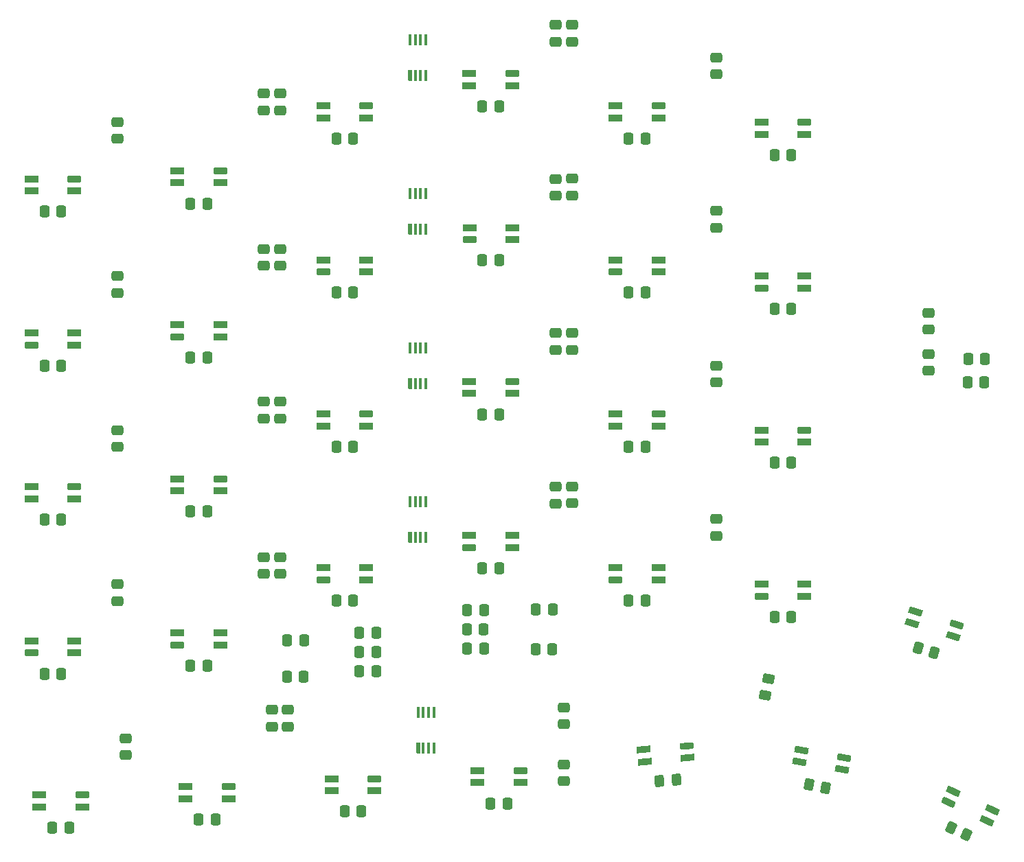
<source format=gbr>
%TF.GenerationSoftware,KiCad,Pcbnew,(6.0.0)*%
%TF.CreationDate,2022-05-14T17:53:23+09:00*%
%TF.ProjectId,brimstone2b,6272696d-7374-46f6-9e65-32622e6b6963,rev?*%
%TF.SameCoordinates,Original*%
%TF.FileFunction,Paste,Top*%
%TF.FilePolarity,Positive*%
%FSLAX46Y46*%
G04 Gerber Fmt 4.6, Leading zero omitted, Abs format (unit mm)*
G04 Created by KiCad (PCBNEW (6.0.0)) date 2022-05-14 17:53:23*
%MOMM*%
%LPD*%
G01*
G04 APERTURE LIST*
G04 Aperture macros list*
%AMRoundRect*
0 Rectangle with rounded corners*
0 $1 Rounding radius*
0 $2 $3 $4 $5 $6 $7 $8 $9 X,Y pos of 4 corners*
0 Add a 4 corners polygon primitive as box body*
4,1,4,$2,$3,$4,$5,$6,$7,$8,$9,$2,$3,0*
0 Add four circle primitives for the rounded corners*
1,1,$1+$1,$2,$3*
1,1,$1+$1,$4,$5*
1,1,$1+$1,$6,$7*
1,1,$1+$1,$8,$9*
0 Add four rect primitives between the rounded corners*
20,1,$1+$1,$2,$3,$4,$5,0*
20,1,$1+$1,$4,$5,$6,$7,0*
20,1,$1+$1,$6,$7,$8,$9,0*
20,1,$1+$1,$8,$9,$2,$3,0*%
%AMRotRect*
0 Rectangle, with rotation*
0 The origin of the aperture is its center*
0 $1 length*
0 $2 width*
0 $3 Rotation angle, in degrees counterclockwise*
0 Add horizontal line*
21,1,$1,$2,0,0,$3*%
%AMOutline5P*
0 Free polygon, 5 corners , with rotation*
0 The origin of the aperture is its center*
0 number of corners: always 5*
0 $1 to $10 corner X, Y*
0 $11 Rotation angle, in degrees counterclockwise*
0 create outline with 5 corners*
4,1,5,$1,$2,$3,$4,$5,$6,$7,$8,$9,$10,$1,$2,$11*%
%AMOutline6P*
0 Free polygon, 6 corners , with rotation*
0 The origin of the aperture is its center*
0 number of corners: always 6*
0 $1 to $12 corner X, Y*
0 $13 Rotation angle, in degrees counterclockwise*
0 create outline with 6 corners*
4,1,6,$1,$2,$3,$4,$5,$6,$7,$8,$9,$10,$11,$12,$1,$2,$13*%
%AMOutline7P*
0 Free polygon, 7 corners , with rotation*
0 The origin of the aperture is its center*
0 number of corners: always 7*
0 $1 to $14 corner X, Y*
0 $15 Rotation angle, in degrees counterclockwise*
0 create outline with 7 corners*
4,1,7,$1,$2,$3,$4,$5,$6,$7,$8,$9,$10,$11,$12,$13,$14,$1,$2,$15*%
%AMOutline8P*
0 Free polygon, 8 corners , with rotation*
0 The origin of the aperture is its center*
0 number of corners: always 8*
0 $1 to $16 corner X, Y*
0 $17 Rotation angle, in degrees counterclockwise*
0 create outline with 8 corners*
4,1,8,$1,$2,$3,$4,$5,$6,$7,$8,$9,$10,$11,$12,$13,$14,$15,$16,$1,$2,$17*%
G04 Aperture macros list end*
%ADD10RoundRect,0.250000X-0.337500X-0.475000X0.337500X-0.475000X0.337500X0.475000X-0.337500X0.475000X0*%
%ADD11R,1.700000X0.820000*%
%ADD12RoundRect,0.205000X0.645000X0.205000X-0.645000X0.205000X-0.645000X-0.205000X0.645000X-0.205000X0*%
%ADD13RoundRect,0.205000X-0.645000X-0.205000X0.645000X-0.205000X0.645000X0.205000X-0.645000X0.205000X0*%
%ADD14RoundRect,0.250000X0.475000X-0.337500X0.475000X0.337500X-0.475000X0.337500X-0.475000X-0.337500X0*%
%ADD15RoundRect,0.250000X0.337500X0.475000X-0.337500X0.475000X-0.337500X-0.475000X0.337500X-0.475000X0*%
%ADD16RotRect,1.700000X0.820000X5.000000*%
%ADD17RoundRect,0.205000X-0.624679X-0.260435X0.660413X-0.148004X0.624679X0.260435X-0.660413X0.148004X0*%
%ADD18RoundRect,0.250000X-0.475000X0.337500X-0.475000X-0.337500X0.475000X-0.337500X0.475000X0.337500X0*%
%ADD19RotRect,1.700000X0.820000X155.000000*%
%ADD20RoundRect,0.205000X0.671205X-0.086796X-0.497932X0.458382X-0.671205X0.086796X0.497932X-0.458382X0*%
%ADD21RoundRect,0.250000X-0.464715X-0.351527X0.179044X-0.554504X0.464715X0.351527X-0.179044X0.554504X0*%
%ADD22RoundRect,0.250000X-0.414856X-0.409177X0.249890X-0.526390X0.414856X0.409177X-0.249890X0.526390X0*%
%ADD23RotRect,1.700000X0.820000X342.500000*%
%ADD24RoundRect,0.205000X-0.676792X-0.001557X0.553503X-0.389467X0.676792X0.001557X-0.553503X0.389467X0*%
%ADD25RotRect,1.700000X0.820000X350.000000*%
%ADD26RoundRect,0.205000X-0.670799X-0.089883X0.599603X-0.313889X0.670799X0.089883X-0.599603X0.313889X0*%
%ADD27RoundRect,0.250000X0.506623X0.287863X-0.105135X0.573130X-0.506623X-0.287863X0.105135X-0.573130X0*%
%ADD28RoundRect,0.250000X-0.294817X-0.502608X0.377615X-0.443777X0.294817X0.502608X-0.377615X0.443777X0*%
%ADD29RoundRect,0.250000X0.409177X-0.414856X0.526390X0.249890X-0.409177X0.414856X-0.526390X-0.249890X0*%
%ADD30Outline5P,-0.225000X0.700000X0.225000X0.700000X0.225000X-0.700000X-0.135000X-0.700000X-0.225000X-0.610000X0.000000*%
%ADD31R,0.450000X1.400000*%
G04 APERTURE END LIST*
D10*
%TO.C,D1*%
X183502500Y-87087049D03*
X185577500Y-87087049D03*
%TD*%
D11*
%TO.C,D130*%
X145320000Y-112860000D03*
X145320000Y-114360000D03*
D12*
X140020000Y-114360000D03*
D11*
X140020000Y-112860000D03*
%TD*%
%TO.C,D128*%
X86020000Y-65360000D03*
X86020000Y-63860000D03*
D13*
X91320000Y-63860000D03*
D11*
X91320000Y-65360000D03*
%TD*%
D10*
%TO.C,C6*%
X123632500Y-55907049D03*
X125707500Y-55907049D03*
%TD*%
D14*
%TO.C,D49*%
X98670000Y-75604549D03*
X98670000Y-73529549D03*
%TD*%
D15*
%TO.C,D8*%
X132277500Y-117947049D03*
X130202500Y-117947049D03*
%TD*%
D14*
%TO.C,D29*%
X134680000Y-66904549D03*
X134680000Y-64829549D03*
%TD*%
D11*
%TO.C,D105*%
X123020000Y-139360000D03*
X123020000Y-137860000D03*
D13*
X128320000Y-137860000D03*
D11*
X128320000Y-139360000D03*
%TD*%
D14*
%TO.C,D39*%
X152480000Y-70904549D03*
X152480000Y-68829549D03*
%TD*%
D11*
%TO.C,D103*%
X109320000Y-74870000D03*
X109320000Y-76370000D03*
D12*
X104020000Y-76370000D03*
D11*
X104020000Y-74870000D03*
%TD*%
%TO.C,D113*%
X158020000Y-59360000D03*
X158020000Y-57860000D03*
D13*
X163320000Y-57860000D03*
D11*
X163320000Y-59360000D03*
%TD*%
D14*
%TO.C,D63*%
X79670000Y-135944549D03*
X79670000Y-133869549D03*
%TD*%
D10*
%TO.C,D2*%
X183442500Y-89927049D03*
X185517500Y-89927049D03*
%TD*%
D14*
%TO.C,D67*%
X96670000Y-56425799D03*
X96670000Y-54350799D03*
%TD*%
D15*
%TO.C,C20*%
X107707500Y-116907049D03*
X105632500Y-116907049D03*
%TD*%
D14*
%TO.C,D31*%
X134680000Y-104904549D03*
X134680000Y-102829549D03*
%TD*%
%TO.C,D27*%
X134651250Y-47963299D03*
X134651250Y-45888299D03*
%TD*%
%TO.C,D73*%
X96670000Y-94425799D03*
X96670000Y-92350799D03*
%TD*%
%TO.C,D51*%
X98670000Y-113604549D03*
X98670000Y-111529549D03*
%TD*%
%TO.C,D21*%
X133680000Y-132144549D03*
X133680000Y-130069549D03*
%TD*%
D10*
%TO.C,C27*%
X69632500Y-106907049D03*
X71707500Y-106907049D03*
%TD*%
D16*
%TO.C,D111*%
X143655451Y-136758109D03*
X143524717Y-135263817D03*
D17*
X148804549Y-134801891D03*
D16*
X148935283Y-136296183D03*
%TD*%
D10*
%TO.C,C5*%
X124632500Y-141907049D03*
X126707500Y-141907049D03*
%TD*%
D11*
%TO.C,D121*%
X105020000Y-140360000D03*
X105020000Y-138860000D03*
D13*
X110320000Y-138860000D03*
D11*
X110320000Y-140360000D03*
%TD*%
D15*
%TO.C,D15*%
X101650000Y-121757049D03*
X99575000Y-121757049D03*
%TD*%
D10*
%TO.C,C32*%
X88632500Y-143907049D03*
X90707500Y-143907049D03*
%TD*%
D14*
%TO.C,D71*%
X96670000Y-113604549D03*
X96670000Y-111529549D03*
%TD*%
D18*
%TO.C,D33*%
X133690000Y-137119549D03*
X133690000Y-139194549D03*
%TD*%
D19*
%TO.C,D102*%
X186498679Y-142700208D03*
X185864752Y-144059669D03*
D20*
X181061321Y-141819792D03*
D19*
X181695248Y-140460331D03*
%TD*%
D21*
%TO.C,C1*%
X177344801Y-122720174D03*
X179323763Y-123344138D03*
%TD*%
D18*
%TO.C,R2*%
X178620000Y-86467049D03*
X178620000Y-88542049D03*
%TD*%
D14*
%TO.C,D19*%
X132670000Y-104944549D03*
X132670000Y-102869549D03*
%TD*%
D11*
%TO.C,D127*%
X68020000Y-104360000D03*
X68020000Y-102860000D03*
D13*
X73320000Y-102860000D03*
D11*
X73320000Y-104360000D03*
%TD*%
D15*
%TO.C,C30*%
X89707500Y-124907049D03*
X87632500Y-124907049D03*
%TD*%
D14*
%TO.C,D23*%
X132670000Y-47944549D03*
X132670000Y-45869549D03*
%TD*%
D11*
%TO.C,D116*%
X73320000Y-121850000D03*
X73320000Y-123350000D03*
D12*
X68020000Y-123350000D03*
D11*
X68020000Y-121850000D03*
%TD*%
D10*
%TO.C,C23*%
X69632500Y-68907049D03*
X71707500Y-68907049D03*
%TD*%
D11*
%TO.C,D115*%
X158020000Y-97360000D03*
X158020000Y-95860000D03*
D13*
X163320000Y-95860000D03*
D11*
X163320000Y-97360000D03*
%TD*%
%TO.C,D118*%
X104020000Y-57360000D03*
X104020000Y-55860000D03*
D13*
X109320000Y-55860000D03*
D11*
X109320000Y-57360000D03*
%TD*%
D14*
%TO.C,R1*%
X178620000Y-83464549D03*
X178620000Y-81389549D03*
%TD*%
D15*
%TO.C,D3*%
X123807500Y-120417049D03*
X121732500Y-120417049D03*
%TD*%
D22*
%TO.C,C17*%
X163859076Y-139605351D03*
X165902552Y-139965671D03*
%TD*%
D23*
%TO.C,D101*%
X176607121Y-119708417D03*
X177058179Y-118277842D03*
D24*
X182112879Y-119871583D03*
D23*
X181661821Y-121302158D03*
%TD*%
D10*
%TO.C,C26*%
X70632500Y-144907049D03*
X72707500Y-144907049D03*
%TD*%
%TO.C,C22*%
X105632500Y-97907049D03*
X107707500Y-97907049D03*
%TD*%
%TO.C,C21*%
X106632500Y-142907049D03*
X108707500Y-142907049D03*
%TD*%
%TO.C,C18*%
X105632500Y-59907049D03*
X107707500Y-59907049D03*
%TD*%
D11*
%TO.C,D129*%
X145330000Y-74855000D03*
X145330000Y-76355000D03*
D12*
X140030000Y-76355000D03*
D11*
X140030000Y-74855000D03*
%TD*%
D10*
%TO.C,C7*%
X123632500Y-93907049D03*
X125707500Y-93907049D03*
%TD*%
D11*
%TO.C,D124*%
X163320000Y-76860000D03*
X163320000Y-78360000D03*
D12*
X158020000Y-78360000D03*
D11*
X158020000Y-76860000D03*
%TD*%
%TO.C,D125*%
X163320000Y-114860000D03*
X163320000Y-116360000D03*
D12*
X158020000Y-116360000D03*
D11*
X158020000Y-114860000D03*
%TD*%
D15*
%TO.C,C3*%
X125707500Y-74907049D03*
X123632500Y-74907049D03*
%TD*%
D14*
%TO.C,D59*%
X78670000Y-78944549D03*
X78670000Y-76869549D03*
%TD*%
D15*
%TO.C,C4*%
X125707500Y-112907049D03*
X123632500Y-112907049D03*
%TD*%
D11*
%TO.C,D109*%
X91320000Y-82860000D03*
X91320000Y-84360000D03*
D12*
X86020000Y-84360000D03*
D11*
X86020000Y-82860000D03*
%TD*%
%TO.C,D114*%
X73330000Y-83855000D03*
X73330000Y-85355000D03*
D12*
X68030000Y-85355000D03*
D11*
X68030000Y-83855000D03*
%TD*%
D15*
%TO.C,D12*%
X110537500Y-125647049D03*
X108462500Y-125647049D03*
%TD*%
%TO.C,D5*%
X123817500Y-122777049D03*
X121742500Y-122777049D03*
%TD*%
%TO.C,D7*%
X123837500Y-118037049D03*
X121762500Y-118037049D03*
%TD*%
D10*
%TO.C,C12*%
X141632500Y-97907049D03*
X143707500Y-97907049D03*
%TD*%
D14*
%TO.C,D17*%
X132670000Y-66944549D03*
X132670000Y-64869549D03*
%TD*%
%TO.C,D75*%
X97670000Y-132425799D03*
X97670000Y-130350799D03*
%TD*%
%TO.C,D47*%
X98670000Y-56425799D03*
X98670000Y-54350799D03*
%TD*%
D11*
%TO.C,D104*%
X109320000Y-112860000D03*
X109320000Y-114360000D03*
D12*
X104020000Y-114360000D03*
D11*
X104020000Y-112860000D03*
%TD*%
D14*
%TO.C,D69*%
X96670000Y-75604549D03*
X96670000Y-73529549D03*
%TD*%
D11*
%TO.C,D131*%
X86020000Y-103370000D03*
X86020000Y-101870000D03*
D13*
X91320000Y-101870000D03*
D11*
X91320000Y-103370000D03*
%TD*%
D15*
%TO.C,C19*%
X107707500Y-78907049D03*
X105632500Y-78907049D03*
%TD*%
D14*
%TO.C,D57*%
X78670000Y-59944549D03*
X78670000Y-57869549D03*
%TD*%
D10*
%TO.C,C28*%
X87632500Y-67907049D03*
X89707500Y-67907049D03*
%TD*%
D11*
%TO.C,D112*%
X140020000Y-95360000D03*
X140020000Y-93860000D03*
D13*
X145320000Y-93860000D03*
D11*
X145320000Y-95360000D03*
%TD*%
D15*
%TO.C,C25*%
X71707500Y-125907049D03*
X69632500Y-125907049D03*
%TD*%
D25*
%TO.C,D117*%
X162710023Y-136818438D03*
X162970496Y-135341227D03*
D26*
X168189977Y-136261562D03*
D25*
X167929504Y-137738773D03*
%TD*%
D27*
%TO.C,C2*%
X183287086Y-145786608D03*
X181406498Y-144909676D03*
%TD*%
D11*
%TO.C,D123*%
X68020000Y-66360000D03*
X68020000Y-64860000D03*
D13*
X73320000Y-64860000D03*
D11*
X73320000Y-66360000D03*
%TD*%
D15*
%TO.C,C16*%
X161707500Y-118907049D03*
X159632500Y-118907049D03*
%TD*%
D14*
%TO.C,D61*%
X78670000Y-116944549D03*
X78670000Y-114869549D03*
%TD*%
D15*
%TO.C,C14*%
X161707500Y-80907049D03*
X159632500Y-80907049D03*
%TD*%
D10*
%TO.C,C31*%
X87632500Y-105907049D03*
X89707500Y-105907049D03*
%TD*%
D11*
%TO.C,D110*%
X91320000Y-120860000D03*
X91320000Y-122360000D03*
D12*
X86020000Y-122360000D03*
D11*
X86020000Y-120860000D03*
%TD*%
D15*
%TO.C,D10*%
X110547500Y-123247049D03*
X108472500Y-123247049D03*
%TD*%
D28*
%TO.C,C11*%
X145484337Y-139146186D03*
X147551441Y-138965338D03*
%TD*%
D11*
%TO.C,D126*%
X69020000Y-142360000D03*
X69020000Y-140860000D03*
D13*
X74320000Y-140860000D03*
D11*
X74320000Y-142360000D03*
%TD*%
%TO.C,D120*%
X127320000Y-108860000D03*
X127320000Y-110360000D03*
D12*
X122020000Y-110360000D03*
D11*
X122020000Y-108860000D03*
%TD*%
D14*
%TO.C,D53*%
X99670000Y-132444549D03*
X99670000Y-130369549D03*
%TD*%
D11*
%TO.C,D107*%
X122020000Y-91350000D03*
X122020000Y-89850000D03*
D13*
X127320000Y-89850000D03*
D11*
X127320000Y-91350000D03*
%TD*%
D14*
%TO.C,D43*%
X152480000Y-108904549D03*
X152480000Y-106829549D03*
%TD*%
D11*
%TO.C,D122*%
X104020000Y-95360000D03*
X104020000Y-93860000D03*
D13*
X109320000Y-93860000D03*
D11*
X109320000Y-95360000D03*
%TD*%
D14*
%TO.C,D65*%
X78670000Y-97944549D03*
X78670000Y-95869549D03*
%TD*%
D10*
%TO.C,C15*%
X159632500Y-99907049D03*
X161707500Y-99907049D03*
%TD*%
D14*
%TO.C,D25*%
X132670000Y-85944549D03*
X132670000Y-83869549D03*
%TD*%
D10*
%TO.C,C8*%
X141632500Y-59907049D03*
X143707500Y-59907049D03*
%TD*%
%TO.C,C13*%
X159632500Y-61907049D03*
X161707500Y-61907049D03*
%TD*%
D11*
%TO.C,D119*%
X127340000Y-70870000D03*
X127340000Y-72370000D03*
D12*
X122040000Y-72370000D03*
D11*
X122040000Y-70870000D03*
%TD*%
D15*
%TO.C,C9*%
X143707500Y-78907049D03*
X141632500Y-78907049D03*
%TD*%
%TO.C,C29*%
X89707500Y-86907049D03*
X87632500Y-86907049D03*
%TD*%
D29*
%TO.C,D45*%
X158513639Y-128565658D03*
X158873959Y-126522182D03*
%TD*%
D14*
%TO.C,D37*%
X152451250Y-51963299D03*
X152451250Y-49888299D03*
%TD*%
D11*
%TO.C,D106*%
X122020000Y-53360000D03*
X122020000Y-51860000D03*
D13*
X127320000Y-51860000D03*
D11*
X127320000Y-53360000D03*
%TD*%
%TO.C,D132*%
X87020000Y-141360000D03*
X87020000Y-139860000D03*
D13*
X92320000Y-139860000D03*
D11*
X92320000Y-141360000D03*
%TD*%
D15*
%TO.C,D14*%
X110547500Y-120867049D03*
X108472500Y-120867049D03*
%TD*%
D11*
%TO.C,D108*%
X140030000Y-57360000D03*
X140030000Y-55860000D03*
D13*
X145330000Y-55860000D03*
D11*
X145330000Y-57360000D03*
%TD*%
D14*
%TO.C,D55*%
X98670000Y-94425799D03*
X98670000Y-92350799D03*
%TD*%
%TO.C,D35*%
X134651250Y-85963299D03*
X134651250Y-83888299D03*
%TD*%
%TO.C,D41*%
X152451250Y-89963299D03*
X152451250Y-87888299D03*
%TD*%
D15*
%TO.C,D11*%
X101627500Y-126317049D03*
X99552500Y-126317049D03*
%TD*%
%TO.C,C24*%
X71707500Y-87907049D03*
X69632500Y-87907049D03*
%TD*%
%TO.C,D4*%
X132267500Y-122877049D03*
X130192500Y-122877049D03*
%TD*%
%TO.C,C10*%
X143707500Y-116907049D03*
X141632500Y-116907049D03*
%TD*%
D30*
%TO.C,IC5*%
X114695000Y-109107049D03*
D31*
X115345000Y-109107049D03*
X115995000Y-109107049D03*
X116645000Y-109107049D03*
X116645000Y-104707049D03*
X115995000Y-104707049D03*
X115345000Y-104707049D03*
X114695000Y-104707049D03*
%TD*%
D30*
%TO.C,IC7*%
X114695000Y-52107049D03*
D31*
X115345000Y-52107049D03*
X115995000Y-52107049D03*
X116645000Y-52107049D03*
X116645000Y-47707049D03*
X115995000Y-47707049D03*
X115345000Y-47707049D03*
X114695000Y-47707049D03*
%TD*%
D30*
%TO.C,IC4*%
X114695000Y-90107049D03*
D31*
X115345000Y-90107049D03*
X115995000Y-90107049D03*
X116645000Y-90107049D03*
X116645000Y-85707049D03*
X115995000Y-85707049D03*
X115345000Y-85707049D03*
X114695000Y-85707049D03*
%TD*%
D30*
%TO.C,IC3*%
X114695000Y-71107049D03*
D31*
X115345000Y-71107049D03*
X115995000Y-71107049D03*
X116645000Y-71107049D03*
X116645000Y-66707049D03*
X115995000Y-66707049D03*
X115345000Y-66707049D03*
X114695000Y-66707049D03*
%TD*%
D30*
%TO.C,IC6*%
X115695000Y-135107049D03*
D31*
X116345000Y-135107049D03*
X116995000Y-135107049D03*
X117645000Y-135107049D03*
X117645000Y-130707049D03*
X116995000Y-130707049D03*
X116345000Y-130707049D03*
X115695000Y-130707049D03*
%TD*%
M02*

</source>
